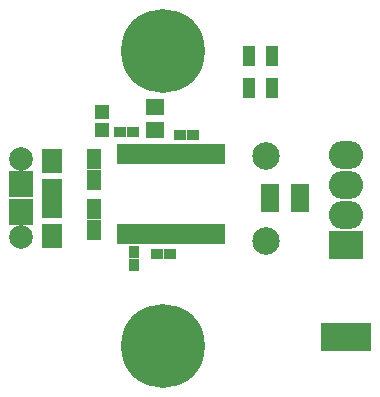
<source format=gts>
G04 #@! TF.FileFunction,Soldermask,Top*
%FSLAX46Y46*%
G04 Gerber Fmt 4.6, Leading zero omitted, Abs format (unit mm)*
G04 Created by KiCad (PCBNEW 4.0.1-stable) date 4/23/2016 10:29:46 PM*
%MOMM*%
G01*
G04 APERTURE LIST*
%ADD10C,0.150000*%
%ADD11R,1.492200X1.187400*%
%ADD12C,2.330400*%
%ADD13R,1.650000X1.400000*%
%ADD14R,1.150000X1.200000*%
%ADD15R,1.000000X0.900000*%
%ADD16R,0.900000X1.000000*%
%ADD17R,1.162000X1.670000*%
%ADD18R,2.000000X2.300000*%
%ADD19C,2.000000*%
%ADD20R,1.750000X0.800000*%
%ADD21R,1.800000X2.000000*%
%ADD22R,4.200000X2.430000*%
%ADD23R,2.900000X2.400000*%
%ADD24O,2.900000X2.400000*%
%ADD25R,1.100000X1.700000*%
%ADD26R,0.720000X1.800000*%
%ADD27C,7.100000*%
G04 APERTURE END LIST*
D10*
D11*
X151028400Y-108623100D03*
X153619200Y-108623100D03*
X153619200Y-109816900D03*
X151028400Y-109816900D03*
D12*
X150723600Y-112801400D03*
X150723600Y-105638600D03*
D13*
X141350000Y-101450000D03*
X141350000Y-103450000D03*
D14*
X136850000Y-101950000D03*
X136850000Y-103450000D03*
D15*
X143450000Y-103900000D03*
X144550000Y-103900000D03*
D16*
X139550000Y-114850000D03*
X139550000Y-113750000D03*
D17*
X136200000Y-110161000D03*
X136200000Y-111939000D03*
X136200000Y-107639000D03*
X136200000Y-105861000D03*
D15*
X139450000Y-103600000D03*
X138350000Y-103600000D03*
D18*
X129973200Y-108020000D03*
X129973200Y-110420000D03*
D19*
X129973200Y-105920000D03*
X129973200Y-112520000D03*
D20*
X132648200Y-109220000D03*
X132648200Y-109870000D03*
X132648200Y-110520000D03*
X132648200Y-108570000D03*
X132648200Y-107920000D03*
D21*
X132648200Y-106020000D03*
X132648200Y-112420000D03*
D15*
X142600000Y-113950000D03*
X141500000Y-113950000D03*
D22*
X157500000Y-121000000D03*
D23*
X157480000Y-113200000D03*
D24*
X157480000Y-110660000D03*
X157480000Y-108120000D03*
X157480000Y-105580000D03*
D25*
X151200000Y-99850000D03*
X149300000Y-99850000D03*
X151200000Y-97200000D03*
X149300000Y-97200000D03*
D26*
X146925000Y-112225000D03*
X146925000Y-105475000D03*
X146275000Y-112225000D03*
X146275000Y-105475000D03*
X145625000Y-112225000D03*
X145625000Y-105475000D03*
X144975000Y-112225000D03*
X144975000Y-105475000D03*
X144325000Y-112225000D03*
X144325000Y-105475000D03*
X143675000Y-112225000D03*
X143675000Y-105475000D03*
X143025000Y-112225000D03*
X143025000Y-105475000D03*
X142375000Y-112225000D03*
X142375000Y-105475000D03*
X141725000Y-112225000D03*
X141725000Y-105475000D03*
X141075000Y-112225000D03*
X141075000Y-105475000D03*
X140425000Y-112225000D03*
X140425000Y-105475000D03*
X139775000Y-112225000D03*
X139775000Y-105475000D03*
X139125000Y-112225000D03*
X139125000Y-105475000D03*
X138475000Y-112225000D03*
X138475000Y-105475000D03*
D27*
X142011400Y-96748600D03*
X142011400Y-121691400D03*
M02*

</source>
